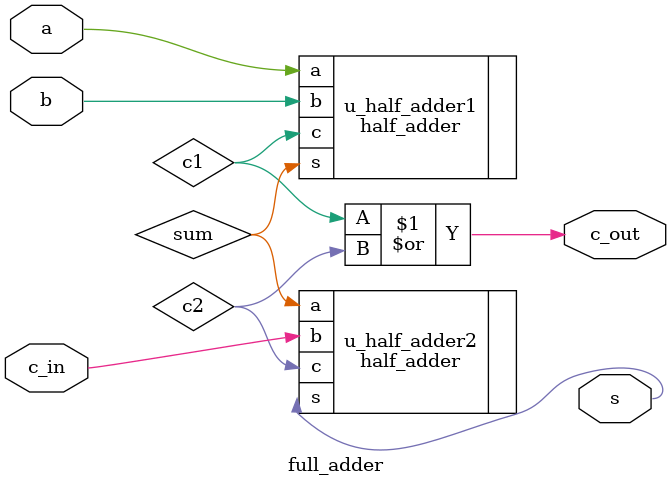
<source format=v>
module full_adder(
    input a,
    input b,
    input c_in,
    output s,
    output c_out
);

wire c1;
wire c2;
wire sum;

half_adder u_half_adder1(
    .a(a),
    .b(b),
    .s(sum),
    .c(c1)
);

half_adder u_half_adder2(
    .a(sum),
    .b(c_in),
    .s(s),
    .c(c2)
);

assign c_out = c1 | c2; 

endmodule
</source>
